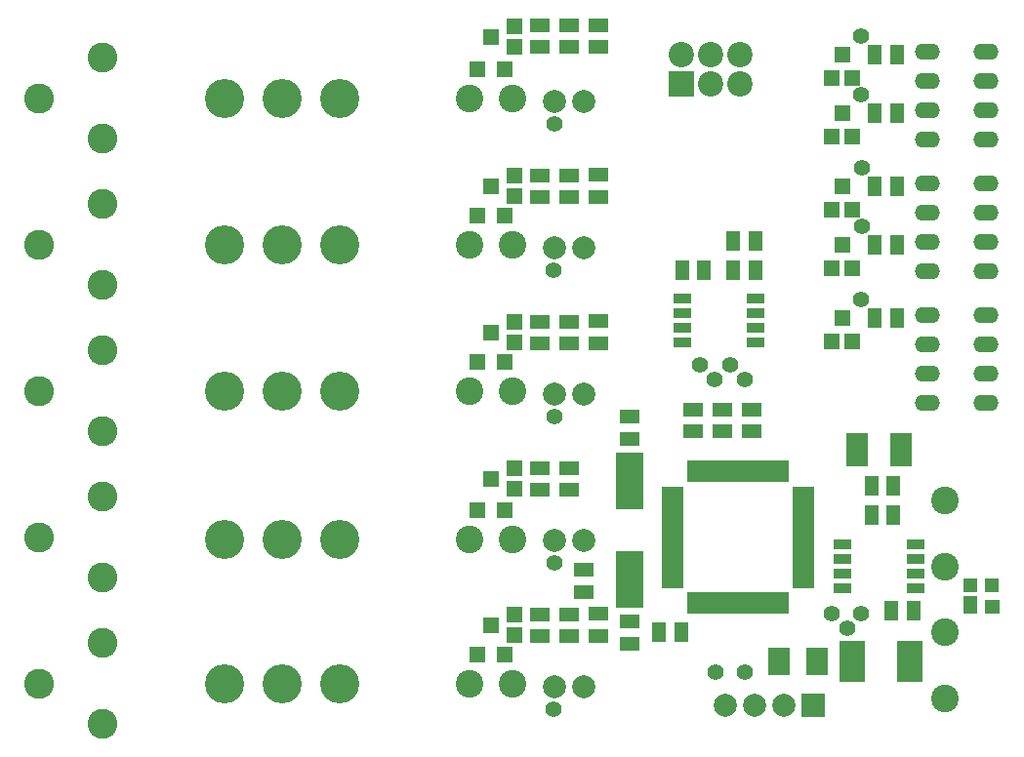
<source format=gbr>
G04 #@! TF.GenerationSoftware,KiCad,Pcbnew,5.0.0-fee4fd1~66~ubuntu16.04.1*
G04 #@! TF.CreationDate,2018-09-19T21:32:19+02:00*
G04 #@! TF.ProjectId,switch_3pole_5x,7377697463685F33706F6C655F35782E,1*
G04 #@! TF.SameCoordinates,Original*
G04 #@! TF.FileFunction,Soldermask,Bot*
G04 #@! TF.FilePolarity,Negative*
%FSLAX46Y46*%
G04 Gerber Fmt 4.6, Leading zero omitted, Abs format (unit mm)*
G04 Created by KiCad (PCBNEW 5.0.0-fee4fd1~66~ubuntu16.04.1) date Wed Sep 19 21:32:19 2018*
%MOMM*%
%LPD*%
G01*
G04 APERTURE LIST*
%ADD10C,2.000000*%
%ADD11R,2.000000X2.000000*%
%ADD12C,3.400000*%
%ADD13C,2.400000*%
%ADD14R,2.200000X2.200000*%
%ADD15C,2.200000*%
%ADD16R,1.543000X0.908000*%
%ADD17R,1.314400X1.314400*%
%ADD18C,1.250000*%
%ADD19C,0.100000*%
%ADD20R,1.250000X1.250000*%
%ADD21R,1.250000X1.600000*%
%ADD22R,2.180540X3.600400*%
%ADD23O,2.200000X1.400000*%
%ADD24R,1.289000X1.797000*%
%ADD25R,1.797000X1.289000*%
%ADD26R,1.924000X2.432000*%
%ADD27R,1.901140X2.899360*%
%ADD28R,2.398980X4.900880*%
%ADD29R,0.950000X1.900000*%
%ADD30R,1.900000X0.950000*%
%ADD31C,2.600000*%
%ADD32C,1.400000*%
G04 APERTURE END LIST*
D10*
G04 #@! TO.C,U7*
X165100000Y-111125000D03*
X167640000Y-111125000D03*
X170180000Y-111125000D03*
D11*
X172720000Y-111125000D03*
G04 #@! TD*
D12*
G04 #@! TO.C,REL5*
X121685000Y-109220000D03*
X126685000Y-109220000D03*
X131685000Y-109220000D03*
D13*
X142935000Y-109220000D03*
X146685000Y-109220000D03*
G04 #@! TD*
D12*
G04 #@! TO.C,REL1*
X121685000Y-58420000D03*
X126685000Y-58420000D03*
X131685000Y-58420000D03*
D13*
X142935000Y-58420000D03*
X146685000Y-58420000D03*
G04 #@! TD*
D12*
G04 #@! TO.C,REL2*
X121685000Y-71120000D03*
X126685000Y-71120000D03*
X131685000Y-71120000D03*
D13*
X142935000Y-71120000D03*
X146685000Y-71120000D03*
G04 #@! TD*
D12*
G04 #@! TO.C,REL3*
X121685000Y-83820000D03*
X126685000Y-83820000D03*
X131685000Y-83820000D03*
D13*
X142935000Y-83820000D03*
X146685000Y-83820000D03*
G04 #@! TD*
D12*
G04 #@! TO.C,REL4*
X121685000Y-96733542D03*
X126685000Y-96733542D03*
X131685000Y-96733542D03*
D13*
X142935000Y-96733542D03*
X146685000Y-96733542D03*
G04 #@! TD*
D10*
G04 #@! TO.C,D6*
X150280000Y-58730000D03*
X152820000Y-58730000D03*
G04 #@! TD*
G04 #@! TO.C,D7*
X150280000Y-71430000D03*
X152820000Y-71430000D03*
G04 #@! TD*
G04 #@! TO.C,D8*
X150280000Y-84130000D03*
X152820000Y-84130000D03*
G04 #@! TD*
G04 #@! TO.C,D9*
X150280000Y-96830000D03*
X152820000Y-96830000D03*
G04 #@! TD*
G04 #@! TO.C,D10*
X150280000Y-109530000D03*
X152820000Y-109530000D03*
G04 #@! TD*
D13*
G04 #@! TO.C,J16*
X184150000Y-93345000D03*
G04 #@! TD*
G04 #@! TO.C,J13*
X184150000Y-110490000D03*
G04 #@! TD*
G04 #@! TO.C,J14*
X184150000Y-104775000D03*
G04 #@! TD*
G04 #@! TO.C,J15*
X184150000Y-99060000D03*
G04 #@! TD*
D14*
G04 #@! TO.C,J12*
X161290000Y-57150000D03*
D15*
X161290000Y-54610000D03*
X163830000Y-57150000D03*
X163830000Y-54610000D03*
X166370000Y-57150000D03*
X166370000Y-54610000D03*
G04 #@! TD*
D16*
G04 #@! TO.C,U3*
X161417000Y-79629000D03*
X161417000Y-78359000D03*
X161417000Y-77089000D03*
X161417000Y-75819000D03*
X167767000Y-75819000D03*
X167767000Y-77089000D03*
X167767000Y-78359000D03*
X167767000Y-79629000D03*
G04 #@! TD*
G04 #@! TO.C,U6*
X175260000Y-100965000D03*
X175260000Y-99695000D03*
X175260000Y-98425000D03*
X175260000Y-97155000D03*
X181610000Y-97155000D03*
X181610000Y-98425000D03*
X181610000Y-99695000D03*
X181610000Y-100965000D03*
G04 #@! TD*
D17*
G04 #@! TO.C,D11*
X175260000Y-54610000D03*
X176149000Y-56642000D03*
X174371000Y-56642000D03*
G04 #@! TD*
G04 #@! TO.C,D12*
X175260000Y-59690000D03*
X176149000Y-61722000D03*
X174371000Y-61722000D03*
G04 #@! TD*
G04 #@! TO.C,D13*
X175260000Y-66040000D03*
X176149000Y-68072000D03*
X174371000Y-68072000D03*
G04 #@! TD*
G04 #@! TO.C,D14*
X175260000Y-71120000D03*
X176149000Y-73152000D03*
X174371000Y-73152000D03*
G04 #@! TD*
G04 #@! TO.C,D15*
X175260000Y-77470000D03*
X176149000Y-79502000D03*
X174371000Y-79502000D03*
G04 #@! TD*
D18*
G04 #@! TO.C,D22*
X188275000Y-102550000D03*
D19*
G36*
X188900000Y-103175000D02*
X187650000Y-103175000D01*
X187650000Y-101925000D01*
X188900000Y-101925000D01*
X188900000Y-103175000D01*
X188900000Y-103175000D01*
G37*
D20*
X188275000Y-100650000D03*
X186375000Y-100650000D03*
D21*
X186375000Y-102369620D03*
G04 #@! TD*
D22*
G04 #@! TO.C,F2*
X181124200Y-107315000D03*
X176120400Y-107315000D03*
G04 #@! TD*
D23*
G04 #@! TO.C,J7*
X182626000Y-61976000D03*
X182626000Y-59436000D03*
X182626000Y-56896000D03*
X182626000Y-54356000D03*
X187706000Y-61976000D03*
X187706000Y-59436000D03*
X187706000Y-54356000D03*
X187706000Y-56896000D03*
G04 #@! TD*
G04 #@! TO.C,J8*
X182626000Y-73406000D03*
X182626000Y-70866000D03*
X182626000Y-68326000D03*
X182626000Y-65786000D03*
X187706000Y-73406000D03*
X187706000Y-70866000D03*
X187706000Y-65786000D03*
X187706000Y-68326000D03*
G04 #@! TD*
G04 #@! TO.C,J9*
X182626000Y-84836000D03*
X182626000Y-82296000D03*
X182626000Y-79756000D03*
X182626000Y-77216000D03*
X187706000Y-84836000D03*
X187706000Y-82296000D03*
X187706000Y-77216000D03*
X187706000Y-79756000D03*
G04 #@! TD*
D17*
G04 #@! TO.C,Q1*
X144780000Y-53086000D03*
X146812000Y-52197000D03*
X146812000Y-53975000D03*
G04 #@! TD*
G04 #@! TO.C,Q2*
X144780000Y-66040000D03*
X146812000Y-65151000D03*
X146812000Y-66929000D03*
G04 #@! TD*
G04 #@! TO.C,Q3*
X144780000Y-78740000D03*
X146812000Y-77851000D03*
X146812000Y-79629000D03*
G04 #@! TD*
G04 #@! TO.C,Q4*
X144780000Y-91440000D03*
X146812000Y-90551000D03*
X146812000Y-92329000D03*
G04 #@! TD*
G04 #@! TO.C,Q5*
X144780000Y-104140000D03*
X146812000Y-103251000D03*
X146812000Y-105029000D03*
G04 #@! TD*
D24*
G04 #@! TO.C,C3*
X161290000Y-104775000D03*
X159385000Y-104775000D03*
G04 #@! TD*
G04 #@! TO.C,C4*
X161392500Y-73335000D03*
X163297500Y-73335000D03*
G04 #@! TD*
D25*
G04 #@! TO.C,C5*
X156845000Y-105727500D03*
X156845000Y-103822500D03*
G04 #@! TD*
G04 #@! TO.C,C6*
X156845000Y-86042500D03*
X156845000Y-87947500D03*
G04 #@! TD*
D24*
G04 #@! TO.C,C7*
X179705000Y-92075000D03*
X177800000Y-92075000D03*
G04 #@! TD*
D26*
G04 #@! TO.C,C8*
X173101000Y-107315000D03*
X169799000Y-107315000D03*
G04 #@! TD*
D24*
G04 #@! TO.C,C9*
X181458500Y-102870000D03*
X179553500Y-102870000D03*
G04 #@! TD*
D17*
G04 #@! TO.C,D1*
X143603980Y-55880000D03*
X145956020Y-55880000D03*
G04 #@! TD*
G04 #@! TO.C,D2*
X143603980Y-68580000D03*
X145956020Y-68580000D03*
G04 #@! TD*
G04 #@! TO.C,D3*
X143603980Y-81280000D03*
X145956020Y-81280000D03*
G04 #@! TD*
G04 #@! TO.C,D4*
X143603980Y-94193542D03*
X145956020Y-94193542D03*
G04 #@! TD*
G04 #@! TO.C,D5*
X143603980Y-106680000D03*
X145956020Y-106680000D03*
G04 #@! TD*
D27*
G04 #@! TO.C,D21*
X176530000Y-88900000D03*
X180340000Y-88900000D03*
G04 #@! TD*
D25*
G04 #@! TO.C,R1*
X149010000Y-53967500D03*
X149010000Y-52062500D03*
G04 #@! TD*
G04 #@! TO.C,R2*
X149010000Y-66992500D03*
X149010000Y-65087500D03*
G04 #@! TD*
G04 #@! TO.C,R3*
X149010000Y-79692500D03*
X149010000Y-77787500D03*
G04 #@! TD*
G04 #@! TO.C,R4*
X149010000Y-92392500D03*
X149010000Y-90487500D03*
G04 #@! TD*
G04 #@! TO.C,R5*
X149010000Y-105092500D03*
X149010000Y-103187500D03*
G04 #@! TD*
G04 #@! TO.C,R7*
X151550000Y-53967500D03*
X151550000Y-52062500D03*
G04 #@! TD*
G04 #@! TO.C,R8*
X151550000Y-66992500D03*
X151550000Y-65087500D03*
G04 #@! TD*
G04 #@! TO.C,R9*
X151550000Y-79692500D03*
X151550000Y-77787500D03*
G04 #@! TD*
G04 #@! TO.C,R10*
X151550000Y-92392500D03*
X151550000Y-90487500D03*
G04 #@! TD*
G04 #@! TO.C,R11*
X151550000Y-105092500D03*
X151550000Y-103187500D03*
G04 #@! TD*
D24*
G04 #@! TO.C,R21*
X180022500Y-54610000D03*
X178117500Y-54610000D03*
G04 #@! TD*
G04 #@! TO.C,R22*
X180022500Y-59690000D03*
X178117500Y-59690000D03*
G04 #@! TD*
G04 #@! TO.C,R23*
X180022500Y-66040000D03*
X178117500Y-66040000D03*
G04 #@! TD*
G04 #@! TO.C,R24*
X180022500Y-71120000D03*
X178117500Y-71120000D03*
G04 #@! TD*
G04 #@! TO.C,R25*
X180022500Y-77470000D03*
X178117500Y-77470000D03*
G04 #@! TD*
G04 #@! TO.C,R31*
X167742500Y-70795000D03*
X165837500Y-70795000D03*
G04 #@! TD*
D25*
G04 #@! TO.C,R32*
X164885000Y-85407500D03*
X164885000Y-87312500D03*
G04 #@! TD*
G04 #@! TO.C,R33*
X162345000Y-85407500D03*
X162345000Y-87312500D03*
G04 #@! TD*
G04 #@! TO.C,R34*
X167425000Y-85407500D03*
X167425000Y-87312500D03*
G04 #@! TD*
D24*
G04 #@! TO.C,R35*
X167742500Y-73335000D03*
X165837500Y-73335000D03*
G04 #@! TD*
G04 #@! TO.C,R36*
X177800000Y-94615000D03*
X179705000Y-94615000D03*
G04 #@! TD*
D28*
G04 #@! TO.C,U5*
X156845000Y-91635580D03*
X156845000Y-100134420D03*
G04 #@! TD*
D29*
G04 #@! TO.C,U4*
X162230000Y-102220000D03*
X163030000Y-102220000D03*
X163830000Y-102220000D03*
X164630000Y-102220000D03*
X165430000Y-102220000D03*
X166230000Y-102220000D03*
X167030000Y-102220000D03*
X167830000Y-102220000D03*
X168630000Y-102220000D03*
X169430000Y-102220000D03*
X170230000Y-102220000D03*
D30*
X171930000Y-100520000D03*
X171930000Y-99720000D03*
X171930000Y-98920000D03*
X171930000Y-98120000D03*
X171930000Y-97320000D03*
X171930000Y-96520000D03*
X171930000Y-95720000D03*
X171930000Y-94920000D03*
X171930000Y-94120000D03*
X171930000Y-93320000D03*
X171930000Y-92520000D03*
D29*
X170230000Y-90820000D03*
X169430000Y-90820000D03*
X168630000Y-90820000D03*
X167830000Y-90820000D03*
X167030000Y-90820000D03*
X166230000Y-90820000D03*
X165430000Y-90820000D03*
X164630000Y-90820000D03*
X163830000Y-90820000D03*
X163030000Y-90820000D03*
X162230000Y-90820000D03*
D30*
X160530000Y-92520000D03*
X160530000Y-93320000D03*
X160530000Y-94120000D03*
X160530000Y-94920000D03*
X160530000Y-95720000D03*
X160530000Y-96520000D03*
X160530000Y-97320000D03*
X160530000Y-98120000D03*
X160530000Y-98920000D03*
X160530000Y-99720000D03*
X160530000Y-100520000D03*
G04 #@! TD*
D31*
G04 #@! TO.C,J1*
X105640000Y-58420000D03*
X111140000Y-61920000D03*
X111140000Y-54920000D03*
G04 #@! TD*
G04 #@! TO.C,J2*
X105640000Y-71120000D03*
X111140000Y-74620000D03*
X111140000Y-67620000D03*
G04 #@! TD*
G04 #@! TO.C,J3*
X105640000Y-83820000D03*
X111140000Y-87320000D03*
X111140000Y-80320000D03*
G04 #@! TD*
G04 #@! TO.C,J4*
X105640000Y-96520000D03*
X111140000Y-100020000D03*
X111140000Y-93020000D03*
G04 #@! TD*
G04 #@! TO.C,J5*
X105640000Y-109220000D03*
X111140000Y-112720000D03*
X111140000Y-105720000D03*
G04 #@! TD*
D32*
G04 #@! TO.C,J6*
X150280000Y-60635000D03*
G04 #@! TD*
G04 #@! TO.C,J10*
X150230000Y-73335000D03*
G04 #@! TD*
G04 #@! TO.C,J11*
X150280000Y-86035000D03*
G04 #@! TD*
G04 #@! TO.C,J17*
X150280000Y-98735000D03*
G04 #@! TD*
G04 #@! TO.C,J18*
X150230000Y-111435000D03*
G04 #@! TD*
G04 #@! TO.C,J19*
X176900000Y-53015000D03*
G04 #@! TD*
G04 #@! TO.C,J20*
X176900000Y-58095000D03*
G04 #@! TD*
G04 #@! TO.C,J21*
X176950000Y-64445000D03*
G04 #@! TD*
G04 #@! TO.C,J22*
X176950000Y-69525000D03*
G04 #@! TD*
G04 #@! TO.C,J23*
X176900000Y-75875000D03*
G04 #@! TD*
G04 #@! TO.C,J24*
X162930000Y-81590000D03*
G04 #@! TD*
G04 #@! TO.C,J25*
X165520000Y-81590000D03*
G04 #@! TD*
G04 #@! TO.C,J26*
X164200000Y-82860000D03*
G04 #@! TD*
G04 #@! TO.C,J27*
X166790000Y-82860000D03*
G04 #@! TD*
G04 #@! TO.C,J28*
X175680000Y-104450000D03*
G04 #@! TD*
G04 #@! TO.C,J29*
X176900000Y-103180000D03*
G04 #@! TD*
G04 #@! TO.C,J30*
X174360000Y-103180000D03*
G04 #@! TD*
G04 #@! TO.C,J31*
X164250000Y-108260000D03*
G04 #@! TD*
G04 #@! TO.C,J32*
X166790000Y-108260000D03*
G04 #@! TD*
D25*
G04 #@! TO.C,R6*
X154090000Y-52062500D03*
X154090000Y-53967500D03*
G04 #@! TD*
G04 #@! TO.C,R12*
X154090000Y-65080000D03*
X154090000Y-66985000D03*
G04 #@! TD*
G04 #@! TO.C,R13*
X154090000Y-77780000D03*
X154090000Y-79685000D03*
G04 #@! TD*
G04 #@! TO.C,R14*
X152820000Y-101275000D03*
X152820000Y-99370000D03*
G04 #@! TD*
G04 #@! TO.C,R15*
X154090000Y-103180000D03*
X154090000Y-105085000D03*
G04 #@! TD*
M02*

</source>
